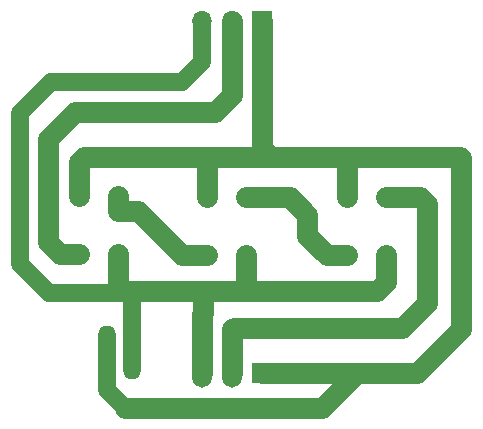
<source format=gbr>
%TF.GenerationSoftware,KiCad,Pcbnew,8.0.2-1*%
%TF.CreationDate,2025-03-24T16:41:03-06:00*%
%TF.ProjectId,NeoChepe,4e656f43-6865-4706-952e-6b696361645f,rev?*%
%TF.SameCoordinates,Original*%
%TF.FileFunction,Copper,L2,Bot*%
%TF.FilePolarity,Positive*%
%FSLAX46Y46*%
G04 Gerber Fmt 4.6, Leading zero omitted, Abs format (unit mm)*
G04 Created by KiCad (PCBNEW 8.0.2-1) date 2025-03-24 16:41:03*
%MOMM*%
%LPD*%
G01*
G04 APERTURE LIST*
G04 Aperture macros list*
%AMRoundRect*
0 Rectangle with rounded corners*
0 $1 Rounding radius*
0 $2 $3 $4 $5 $6 $7 $8 $9 X,Y pos of 4 corners*
0 Add a 4 corners polygon primitive as box body*
4,1,4,$2,$3,$4,$5,$6,$7,$8,$9,$2,$3,0*
0 Add four circle primitives for the rounded corners*
1,1,$1+$1,$2,$3*
1,1,$1+$1,$4,$5*
1,1,$1+$1,$6,$7*
1,1,$1+$1,$8,$9*
0 Add four rect primitives between the rounded corners*
20,1,$1+$1,$2,$3,$4,$5,0*
20,1,$1+$1,$4,$5,$6,$7,0*
20,1,$1+$1,$6,$7,$8,$9,0*
20,1,$1+$1,$8,$9,$2,$3,0*%
G04 Aperture macros list end*
%TA.AperFunction,SMDPad,CuDef*%
%ADD10R,0.900000X1.500000*%
%TD*%
%TA.AperFunction,SMDPad,CuDef*%
%ADD11RoundRect,0.250000X-0.337500X-0.475000X0.337500X-0.475000X0.337500X0.475000X-0.337500X0.475000X0*%
%TD*%
%TA.AperFunction,ComponentPad*%
%ADD12R,1.700000X1.700000*%
%TD*%
%TA.AperFunction,ComponentPad*%
%ADD13O,1.700000X2.500000*%
%TD*%
%TA.AperFunction,ComponentPad*%
%ADD14O,1.700000X1.700000*%
%TD*%
%TA.AperFunction,Conductor*%
%ADD15C,1.500000*%
%TD*%
%TA.AperFunction,Conductor*%
%ADD16C,1.778000*%
%TD*%
G04 APERTURE END LIST*
D10*
%TO.P,D2,1,VDD*%
%TO.N,VCC*%
X126050000Y-87350000D03*
%TO.P,D2,2,DOUT*%
%TO.N,/neo_out*%
X129350000Y-87350000D03*
%TO.P,D2,3,VSS*%
%TO.N,GND*%
X129350000Y-92250000D03*
%TO.P,D2,4,DIN*%
%TO.N,unconnected-(D2-DOUT-Pad2)*%
X126050000Y-92250000D03*
%TD*%
D11*
%TO.P,C2,1*%
%TO.N,VCC*%
X105762500Y-98990000D03*
%TO.P,C2,2*%
%TO.N,GND*%
X107837500Y-98990000D03*
%TD*%
%TO.P,C1,1*%
%TO.N,VCC*%
X105762500Y-102000000D03*
%TO.P,C1,2*%
%TO.N,GND*%
X107837500Y-102000000D03*
%TD*%
D12*
%TO.P,J2,1,Pin_1*%
%TO.N,VCC*%
X118880000Y-102200000D03*
D13*
%TO.P,J2,2,Pin_2*%
%TO.N,/neo_out*%
X116340000Y-102200000D03*
%TO.P,J2,3,Pin_3*%
%TO.N,GND*%
X113800000Y-102200000D03*
%TD*%
D12*
%TO.P,J1,1,Pin_1*%
%TO.N,VCC*%
X118880000Y-72400000D03*
D14*
%TO.P,J1,2,Pin_2*%
%TO.N,/neo_sig*%
X116340000Y-72400000D03*
%TO.P,J1,3,Pin_3*%
%TO.N,GND*%
X113800000Y-72400000D03*
%TD*%
D10*
%TO.P,D2,1,VDD*%
%TO.N,VCC*%
X114200000Y-87300000D03*
%TO.P,D2,2,DOUT*%
%TO.N,unconnected-(D2-DOUT-Pad2)*%
X117500000Y-87300000D03*
%TO.P,D2,3,VSS*%
%TO.N,GND*%
X117500000Y-92200000D03*
%TO.P,D2,4,DIN*%
%TO.N,Net-(D1-DOUT)*%
X114200000Y-92200000D03*
%TD*%
%TO.P,D1,1,VDD*%
%TO.N,VCC*%
X103350000Y-87250000D03*
%TO.P,D1,2,DOUT*%
%TO.N,Net-(D1-DOUT)*%
X106650000Y-87250000D03*
%TO.P,D1,3,VSS*%
%TO.N,GND*%
X106650000Y-92150000D03*
%TO.P,D1,4,DIN*%
%TO.N,/neo_sig*%
X103350000Y-92150000D03*
%TD*%
D15*
%TO.N,GND*%
X113800000Y-72400000D02*
X113800000Y-75900000D01*
X113800000Y-75900000D02*
X112100000Y-77600000D01*
X98400000Y-93000000D02*
X100862500Y-95462500D01*
X112100000Y-77600000D02*
X101000000Y-77600000D01*
X101000000Y-77600000D02*
X98400000Y-80200000D01*
X98400000Y-80200000D02*
X98400000Y-93000000D01*
X100862500Y-95462500D02*
X107837500Y-95462500D01*
D16*
%TO.N,VCC*%
X119600000Y-83900000D02*
X114100000Y-83900000D01*
X118880000Y-83180000D02*
X118880000Y-72400000D01*
X125900000Y-83900000D02*
X119600000Y-83900000D01*
X119600000Y-83900000D02*
X118880000Y-83180000D01*
D15*
X105762500Y-98990000D02*
X105762500Y-103662500D01*
X105762500Y-103662500D02*
X107300000Y-105200000D01*
D16*
X118880000Y-102200000D02*
X126900000Y-102200000D01*
X123900000Y-105200000D02*
X126900000Y-102200000D01*
X126900000Y-102200000D02*
X132000000Y-102200000D01*
X107300000Y-105200000D02*
X123900000Y-105200000D01*
D15*
X105762500Y-98990000D02*
X105762500Y-102000000D01*
D16*
%TO.N,/neo_sig*%
X103000000Y-80100000D02*
X114900000Y-80100000D01*
X114900000Y-80100000D02*
X116340000Y-78660000D01*
X116340000Y-78660000D02*
X116340000Y-72400000D01*
X103350000Y-92150000D02*
X101750000Y-92150000D01*
X101750000Y-92150000D02*
X100700000Y-91100000D01*
X100700000Y-91100000D02*
X100700000Y-82400000D01*
X100700000Y-82400000D02*
X103000000Y-80100000D01*
%TO.N,GND*%
X107200000Y-95300000D02*
X108000000Y-95300000D01*
X108000000Y-95300000D02*
X113900000Y-95300000D01*
D15*
X107837500Y-102000000D02*
X107837500Y-95462500D01*
D16*
X107837500Y-95462500D02*
X108000000Y-95300000D01*
X113900000Y-95300000D02*
X117700000Y-95300000D01*
X113900000Y-97100000D02*
X113800000Y-97200000D01*
X113900000Y-95300000D02*
X113900000Y-97100000D01*
X113800000Y-97200000D02*
X113800000Y-102200000D01*
X117700000Y-95300000D02*
X128600000Y-95300000D01*
X117500000Y-92200000D02*
X117500000Y-95100000D01*
X117500000Y-95100000D02*
X117700000Y-95300000D01*
X106650000Y-92150000D02*
X106650000Y-94750000D01*
X106650000Y-94750000D02*
X107200000Y-95300000D01*
X128600000Y-95300000D02*
X129350000Y-94550000D01*
X129350000Y-94550000D02*
X129350000Y-92250000D01*
%TO.N,VCC*%
X135600000Y-83900000D02*
X125900000Y-83900000D01*
X126050000Y-87350000D02*
X126050000Y-84050000D01*
X126050000Y-84050000D02*
X125900000Y-83900000D01*
X114100000Y-83900000D02*
X103800000Y-83900000D01*
X114200000Y-87300000D02*
X114200000Y-84000000D01*
X114200000Y-84000000D02*
X114100000Y-83900000D01*
X103350000Y-87250000D02*
X103350000Y-84350000D01*
X103350000Y-84350000D02*
X103800000Y-83900000D01*
X132000000Y-102200000D02*
X135700000Y-98500000D01*
X135700000Y-98500000D02*
X135700000Y-84000000D01*
X135700000Y-84000000D02*
X135600000Y-83900000D01*
%TO.N,/neo_out*%
X116340000Y-102200000D02*
X116340000Y-98515000D01*
X116340000Y-98515000D02*
X116466000Y-98389000D01*
X116466000Y-98389000D02*
X130711000Y-98389000D01*
X130711000Y-98389000D02*
X132800000Y-96300000D01*
X132800000Y-96300000D02*
X132800000Y-87900000D01*
X132800000Y-87900000D02*
X132250000Y-87350000D01*
X132250000Y-87350000D02*
X129350000Y-87350000D01*
%TO.N,unconnected-(D2-DOUT-Pad2)*%
X117500000Y-87300000D02*
X121200000Y-87300000D01*
X121200000Y-87300000D02*
X122700000Y-88800000D01*
X122700000Y-88800000D02*
X122700000Y-90600000D01*
X122700000Y-90600000D02*
X124350000Y-92250000D01*
X124350000Y-92250000D02*
X126050000Y-92250000D01*
%TO.N,Net-(D1-DOUT)*%
X106650000Y-87250000D02*
X106700000Y-87300000D01*
X106700000Y-87300000D02*
X106700000Y-88500000D01*
X106700000Y-88500000D02*
X108400000Y-88500000D01*
X108400000Y-88500000D02*
X112100000Y-92200000D01*
X112100000Y-92200000D02*
X114200000Y-92200000D01*
%TD*%
M02*

</source>
